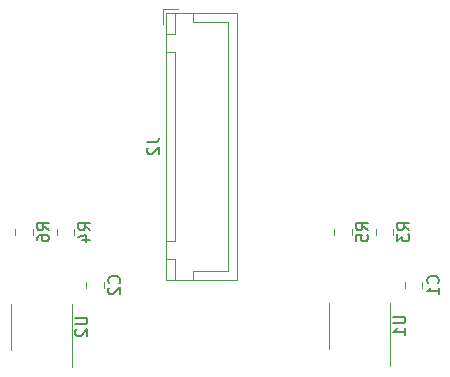
<source format=gbr>
%TF.GenerationSoftware,KiCad,Pcbnew,7.0.2-0*%
%TF.CreationDate,2024-10-30T20:33:58-04:00*%
%TF.ProjectId,2sliders,32736c69-6465-4727-932e-6b696361645f,rev?*%
%TF.SameCoordinates,Original*%
%TF.FileFunction,Legend,Bot*%
%TF.FilePolarity,Positive*%
%FSLAX46Y46*%
G04 Gerber Fmt 4.6, Leading zero omitted, Abs format (unit mm)*
G04 Created by KiCad (PCBNEW 7.0.2-0) date 2024-10-30 20:33:58*
%MOMM*%
%LPD*%
G01*
G04 APERTURE LIST*
%ADD10C,0.150000*%
%ADD11C,0.120000*%
G04 APERTURE END LIST*
D10*
%TO.C,R6*%
X17612619Y21666666D02*
X17136428Y21999999D01*
X17612619Y22238094D02*
X16612619Y22238094D01*
X16612619Y22238094D02*
X16612619Y21857142D01*
X16612619Y21857142D02*
X16660238Y21761904D01*
X16660238Y21761904D02*
X16707857Y21714285D01*
X16707857Y21714285D02*
X16803095Y21666666D01*
X16803095Y21666666D02*
X16945952Y21666666D01*
X16945952Y21666666D02*
X17041190Y21714285D01*
X17041190Y21714285D02*
X17088809Y21761904D01*
X17088809Y21761904D02*
X17136428Y21857142D01*
X17136428Y21857142D02*
X17136428Y22238094D01*
X16612619Y20809523D02*
X16612619Y20999999D01*
X16612619Y20999999D02*
X16660238Y21095237D01*
X16660238Y21095237D02*
X16707857Y21142856D01*
X16707857Y21142856D02*
X16850714Y21238094D01*
X16850714Y21238094D02*
X17041190Y21285713D01*
X17041190Y21285713D02*
X17422142Y21285713D01*
X17422142Y21285713D02*
X17517380Y21238094D01*
X17517380Y21238094D02*
X17565000Y21190475D01*
X17565000Y21190475D02*
X17612619Y21095237D01*
X17612619Y21095237D02*
X17612619Y20904761D01*
X17612619Y20904761D02*
X17565000Y20809523D01*
X17565000Y20809523D02*
X17517380Y20761904D01*
X17517380Y20761904D02*
X17422142Y20714285D01*
X17422142Y20714285D02*
X17184047Y20714285D01*
X17184047Y20714285D02*
X17088809Y20761904D01*
X17088809Y20761904D02*
X17041190Y20809523D01*
X17041190Y20809523D02*
X16993571Y20904761D01*
X16993571Y20904761D02*
X16993571Y21095237D01*
X16993571Y21095237D02*
X17041190Y21190475D01*
X17041190Y21190475D02*
X17088809Y21238094D01*
X17088809Y21238094D02*
X17184047Y21285713D01*
%TO.C,R5*%
X44612619Y21666666D02*
X44136428Y21999999D01*
X44612619Y22238094D02*
X43612619Y22238094D01*
X43612619Y22238094D02*
X43612619Y21857142D01*
X43612619Y21857142D02*
X43660238Y21761904D01*
X43660238Y21761904D02*
X43707857Y21714285D01*
X43707857Y21714285D02*
X43803095Y21666666D01*
X43803095Y21666666D02*
X43945952Y21666666D01*
X43945952Y21666666D02*
X44041190Y21714285D01*
X44041190Y21714285D02*
X44088809Y21761904D01*
X44088809Y21761904D02*
X44136428Y21857142D01*
X44136428Y21857142D02*
X44136428Y22238094D01*
X43612619Y20761904D02*
X43612619Y21238094D01*
X43612619Y21238094D02*
X44088809Y21285713D01*
X44088809Y21285713D02*
X44041190Y21238094D01*
X44041190Y21238094D02*
X43993571Y21142856D01*
X43993571Y21142856D02*
X43993571Y20904761D01*
X43993571Y20904761D02*
X44041190Y20809523D01*
X44041190Y20809523D02*
X44088809Y20761904D01*
X44088809Y20761904D02*
X44184047Y20714285D01*
X44184047Y20714285D02*
X44422142Y20714285D01*
X44422142Y20714285D02*
X44517380Y20761904D01*
X44517380Y20761904D02*
X44565000Y20809523D01*
X44565000Y20809523D02*
X44612619Y20904761D01*
X44612619Y20904761D02*
X44612619Y21142856D01*
X44612619Y21142856D02*
X44565000Y21238094D01*
X44565000Y21238094D02*
X44517380Y21285713D01*
%TO.C,C2*%
X23547380Y17166666D02*
X23595000Y17214285D01*
X23595000Y17214285D02*
X23642619Y17357142D01*
X23642619Y17357142D02*
X23642619Y17452380D01*
X23642619Y17452380D02*
X23595000Y17595237D01*
X23595000Y17595237D02*
X23499761Y17690475D01*
X23499761Y17690475D02*
X23404523Y17738094D01*
X23404523Y17738094D02*
X23214047Y17785713D01*
X23214047Y17785713D02*
X23071190Y17785713D01*
X23071190Y17785713D02*
X22880714Y17738094D01*
X22880714Y17738094D02*
X22785476Y17690475D01*
X22785476Y17690475D02*
X22690238Y17595237D01*
X22690238Y17595237D02*
X22642619Y17452380D01*
X22642619Y17452380D02*
X22642619Y17357142D01*
X22642619Y17357142D02*
X22690238Y17214285D01*
X22690238Y17214285D02*
X22737857Y17166666D01*
X22737857Y16785713D02*
X22690238Y16738094D01*
X22690238Y16738094D02*
X22642619Y16642856D01*
X22642619Y16642856D02*
X22642619Y16404761D01*
X22642619Y16404761D02*
X22690238Y16309523D01*
X22690238Y16309523D02*
X22737857Y16261904D01*
X22737857Y16261904D02*
X22833095Y16214285D01*
X22833095Y16214285D02*
X22928333Y16214285D01*
X22928333Y16214285D02*
X23071190Y16261904D01*
X23071190Y16261904D02*
X23642619Y16833332D01*
X23642619Y16833332D02*
X23642619Y16214285D01*
%TO.C,R3*%
X48112619Y21666666D02*
X47636428Y21999999D01*
X48112619Y22238094D02*
X47112619Y22238094D01*
X47112619Y22238094D02*
X47112619Y21857142D01*
X47112619Y21857142D02*
X47160238Y21761904D01*
X47160238Y21761904D02*
X47207857Y21714285D01*
X47207857Y21714285D02*
X47303095Y21666666D01*
X47303095Y21666666D02*
X47445952Y21666666D01*
X47445952Y21666666D02*
X47541190Y21714285D01*
X47541190Y21714285D02*
X47588809Y21761904D01*
X47588809Y21761904D02*
X47636428Y21857142D01*
X47636428Y21857142D02*
X47636428Y22238094D01*
X47112619Y21333332D02*
X47112619Y20714285D01*
X47112619Y20714285D02*
X47493571Y21047618D01*
X47493571Y21047618D02*
X47493571Y20904761D01*
X47493571Y20904761D02*
X47541190Y20809523D01*
X47541190Y20809523D02*
X47588809Y20761904D01*
X47588809Y20761904D02*
X47684047Y20714285D01*
X47684047Y20714285D02*
X47922142Y20714285D01*
X47922142Y20714285D02*
X48017380Y20761904D01*
X48017380Y20761904D02*
X48065000Y20809523D01*
X48065000Y20809523D02*
X48112619Y20904761D01*
X48112619Y20904761D02*
X48112619Y21190475D01*
X48112619Y21190475D02*
X48065000Y21285713D01*
X48065000Y21285713D02*
X48017380Y21333332D01*
%TO.C,U2*%
X19862619Y14261904D02*
X20672142Y14261904D01*
X20672142Y14261904D02*
X20767380Y14214285D01*
X20767380Y14214285D02*
X20815000Y14166666D01*
X20815000Y14166666D02*
X20862619Y14071428D01*
X20862619Y14071428D02*
X20862619Y13880952D01*
X20862619Y13880952D02*
X20815000Y13785714D01*
X20815000Y13785714D02*
X20767380Y13738095D01*
X20767380Y13738095D02*
X20672142Y13690476D01*
X20672142Y13690476D02*
X19862619Y13690476D01*
X19957857Y13261904D02*
X19910238Y13214285D01*
X19910238Y13214285D02*
X19862619Y13119047D01*
X19862619Y13119047D02*
X19862619Y12880952D01*
X19862619Y12880952D02*
X19910238Y12785714D01*
X19910238Y12785714D02*
X19957857Y12738095D01*
X19957857Y12738095D02*
X20053095Y12690476D01*
X20053095Y12690476D02*
X20148333Y12690476D01*
X20148333Y12690476D02*
X20291190Y12738095D01*
X20291190Y12738095D02*
X20862619Y13309523D01*
X20862619Y13309523D02*
X20862619Y12690476D01*
%TO.C,R4*%
X21112619Y21666666D02*
X20636428Y21999999D01*
X21112619Y22238094D02*
X20112619Y22238094D01*
X20112619Y22238094D02*
X20112619Y21857142D01*
X20112619Y21857142D02*
X20160238Y21761904D01*
X20160238Y21761904D02*
X20207857Y21714285D01*
X20207857Y21714285D02*
X20303095Y21666666D01*
X20303095Y21666666D02*
X20445952Y21666666D01*
X20445952Y21666666D02*
X20541190Y21714285D01*
X20541190Y21714285D02*
X20588809Y21761904D01*
X20588809Y21761904D02*
X20636428Y21857142D01*
X20636428Y21857142D02*
X20636428Y22238094D01*
X20445952Y20809523D02*
X21112619Y20809523D01*
X20065000Y21047618D02*
X20779285Y21285713D01*
X20779285Y21285713D02*
X20779285Y20666666D01*
%TO.C,J2*%
X25912619Y29083333D02*
X26626904Y29083333D01*
X26626904Y29083333D02*
X26769761Y29130952D01*
X26769761Y29130952D02*
X26865000Y29226190D01*
X26865000Y29226190D02*
X26912619Y29369047D01*
X26912619Y29369047D02*
X26912619Y29464285D01*
X26007857Y28654761D02*
X25960238Y28607142D01*
X25960238Y28607142D02*
X25912619Y28511904D01*
X25912619Y28511904D02*
X25912619Y28273809D01*
X25912619Y28273809D02*
X25960238Y28178571D01*
X25960238Y28178571D02*
X26007857Y28130952D01*
X26007857Y28130952D02*
X26103095Y28083333D01*
X26103095Y28083333D02*
X26198333Y28083333D01*
X26198333Y28083333D02*
X26341190Y28130952D01*
X26341190Y28130952D02*
X26912619Y28702380D01*
X26912619Y28702380D02*
X26912619Y28083333D01*
%TO.C,U1*%
X46767619Y14336904D02*
X47577142Y14336904D01*
X47577142Y14336904D02*
X47672380Y14289285D01*
X47672380Y14289285D02*
X47720000Y14241666D01*
X47720000Y14241666D02*
X47767619Y14146428D01*
X47767619Y14146428D02*
X47767619Y13955952D01*
X47767619Y13955952D02*
X47720000Y13860714D01*
X47720000Y13860714D02*
X47672380Y13813095D01*
X47672380Y13813095D02*
X47577142Y13765476D01*
X47577142Y13765476D02*
X46767619Y13765476D01*
X47767619Y12765476D02*
X47767619Y13336904D01*
X47767619Y13051190D02*
X46767619Y13051190D01*
X46767619Y13051190D02*
X46910476Y13146428D01*
X46910476Y13146428D02*
X47005714Y13241666D01*
X47005714Y13241666D02*
X47053333Y13336904D01*
%TO.C,C1*%
X50547380Y17166666D02*
X50595000Y17214285D01*
X50595000Y17214285D02*
X50642619Y17357142D01*
X50642619Y17357142D02*
X50642619Y17452380D01*
X50642619Y17452380D02*
X50595000Y17595237D01*
X50595000Y17595237D02*
X50499761Y17690475D01*
X50499761Y17690475D02*
X50404523Y17738094D01*
X50404523Y17738094D02*
X50214047Y17785713D01*
X50214047Y17785713D02*
X50071190Y17785713D01*
X50071190Y17785713D02*
X49880714Y17738094D01*
X49880714Y17738094D02*
X49785476Y17690475D01*
X49785476Y17690475D02*
X49690238Y17595237D01*
X49690238Y17595237D02*
X49642619Y17452380D01*
X49642619Y17452380D02*
X49642619Y17357142D01*
X49642619Y17357142D02*
X49690238Y17214285D01*
X49690238Y17214285D02*
X49737857Y17166666D01*
X50642619Y16214285D02*
X50642619Y16785713D01*
X50642619Y16499999D02*
X49642619Y16499999D01*
X49642619Y16499999D02*
X49785476Y16595237D01*
X49785476Y16595237D02*
X49880714Y16690475D01*
X49880714Y16690475D02*
X49928333Y16785713D01*
D11*
%TO.C,R6*%
X14765000Y21272936D02*
X14765000Y21727064D01*
X16235000Y21272936D02*
X16235000Y21727064D01*
%TO.C,R5*%
X41765000Y21272936D02*
X41765000Y21727064D01*
X43235000Y21272936D02*
X43235000Y21727064D01*
%TO.C,C2*%
X20765000Y16738748D02*
X20765000Y17261252D01*
X22235000Y16738748D02*
X22235000Y17261252D01*
%TO.C,R3*%
X45265000Y21272936D02*
X45265000Y21727064D01*
X46735000Y21272936D02*
X46735000Y21727064D01*
%TO.C,U2*%
X14440000Y13500000D02*
X14440000Y11550000D01*
X14440000Y13500000D02*
X14440000Y15450000D01*
X19560000Y13500000D02*
X19560000Y10050000D01*
X19560000Y13500000D02*
X19560000Y15450000D01*
%TO.C,R4*%
X18265000Y21272936D02*
X18265000Y21727064D01*
X19735000Y21272936D02*
X19735000Y21727064D01*
%TO.C,J2*%
X27250000Y40350000D02*
X28500000Y40350000D01*
X33510000Y40060000D02*
X33510000Y17440000D01*
X27540000Y40060000D02*
X33510000Y40060000D01*
X29800000Y40050000D02*
X29800000Y39300000D01*
X28300000Y40050000D02*
X28300000Y38250000D01*
X27550000Y40050000D02*
X28300000Y40050000D01*
X32750000Y39300000D02*
X32750000Y28750000D01*
X29800000Y39300000D02*
X32750000Y39300000D01*
X27250000Y39100000D02*
X27250000Y40350000D01*
X28300000Y38250000D02*
X27550000Y38250000D01*
X27550000Y38250000D02*
X27550000Y40050000D01*
X28300000Y36750000D02*
X28300000Y20750000D01*
X27550000Y36750000D02*
X28300000Y36750000D01*
X28300000Y20750000D02*
X27550000Y20750000D01*
X27550000Y20750000D02*
X27550000Y36750000D01*
X28300000Y19250000D02*
X28300000Y17450000D01*
X27550000Y19250000D02*
X28300000Y19250000D01*
X32750000Y18200000D02*
X32750000Y28750000D01*
X29800000Y18200000D02*
X32750000Y18200000D01*
X29800000Y17450000D02*
X29800000Y18200000D01*
X28300000Y17450000D02*
X27550000Y17450000D01*
X27550000Y17450000D02*
X27550000Y19250000D01*
X33510000Y17440000D02*
X27540000Y17440000D01*
X27540000Y17440000D02*
X27540000Y40060000D01*
%TO.C,U1*%
X41345000Y13575000D02*
X41345000Y11625000D01*
X41345000Y13575000D02*
X41345000Y15525000D01*
X46465000Y13575000D02*
X46465000Y10125000D01*
X46465000Y13575000D02*
X46465000Y15525000D01*
%TO.C,C1*%
X47765000Y16738748D02*
X47765000Y17261252D01*
X49235000Y16738748D02*
X49235000Y17261252D01*
%TD*%
M02*

</source>
